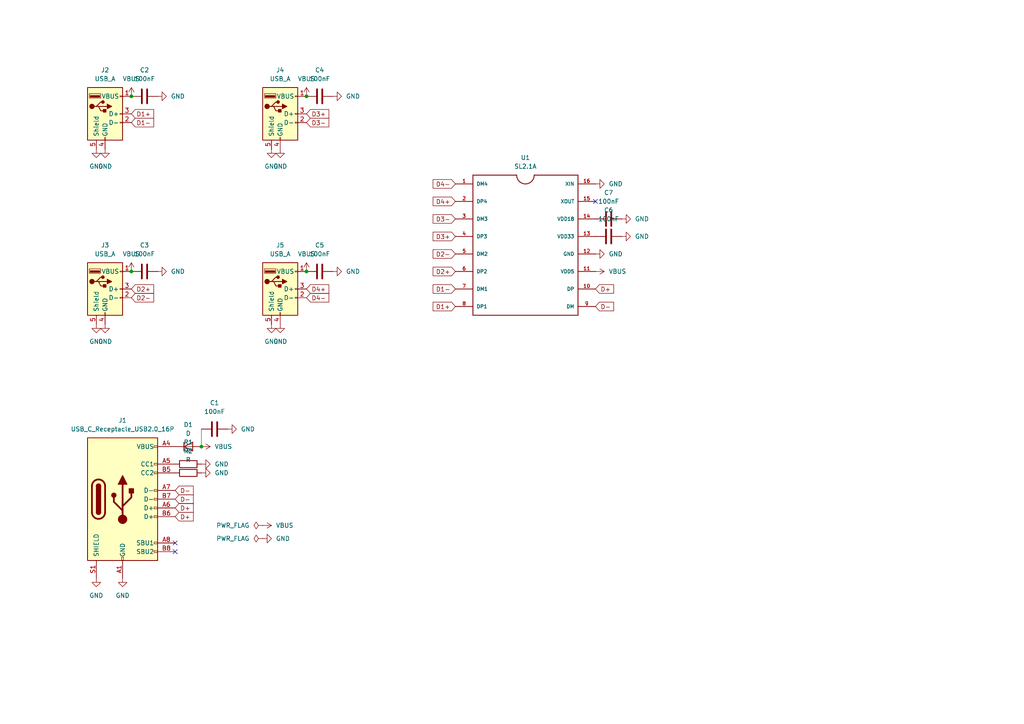
<source format=kicad_sch>
(kicad_sch (version 20250114) (generator "eeschema") (generator_version "9.0")
  (paper "A4")
  (title_block (title "Scrappy Tail") (date "2025-07-16") (rev "1") (comment 1 "Junya <3") (comment 2 "https://github.com/junyali"))
  (lib_symbols
    (symbol "Connector:USB_A" (pin_names (offset 1.016))
      (property "Reference" "J" (at -5.08 11.43 0))
      (property "Value" "USB_A" (at -5.08 8.89 0))
      (symbol "USB_A_0_1"
        (rectangle (start -5.08 -7.62) (end 5.08 7.62) (stroke (width 0.254)) (fill (type background)))
        (circle (center -3.81 2.159) (radius 0.635) (stroke (width 0.254)) (fill (type outline)))
        (polyline (pts (xy -3.175 2.159) (xy -2.54 2.159) (xy -1.27 3.429) (xy -0.635 3.429)) (stroke (width 0.254)))
        (polyline (pts (xy -2.54 2.159) (xy -1.905 2.159) (xy -1.27 0.889) (xy 0 0.889)) (stroke (width 0.254)))
        (rectangle (start -1.524 4.826) (end -4.318 5.334) (fill (type outline)))
        (rectangle (start -1.27 4.572) (end -4.572 5.842))
        (circle (center -0.635 3.429) (radius 0.381) (stroke (width 0.254)) (fill (type outline)))
        (rectangle (start -0.127 -7.62) (end 0.127 -6.858))
        (rectangle (start 0.254 1.27) (end -0.508 0.508) (stroke (width 0.254)) (fill (type outline)))
        (polyline (pts (xy 0.635 2.794) (xy 0.635 1.524) (xy 1.905 2.159) (xy 0.635 2.794)) (stroke (width 0.254)) (fill (type outline)))
        (rectangle (start 5.08 4.953) (end 4.318 5.207))
        (rectangle (start 5.08 -0.127) (end 4.318 0.127))
        (rectangle (start 5.08 -2.667) (end 4.318 -2.413))
      )
      (symbol "USB_A_1_1"
        (polyline (pts (xy -1.905 2.159) (xy 0.635 2.159)) (stroke (width 0.254)))
        (pin passive line (at -2.54 -10.16 90) (length 2.54) (name "Shield") (number "5"))
        (pin power_in line (at 0 -10.16 90) (length 2.54) (name "GND") (number "4"))
        (pin power_in line (at 7.62 5.08 180) (length 2.54) (name "VBUS") (number "1"))
        (pin bidirectional line (at 7.62 0 180) (length 2.54) (name "D+") (number "3"))
        (pin bidirectional line (at 7.62 -2.54 180) (length 2.54) (name "D-") (number "2"))
      )
    )
    (symbol "Connector:USB_C_Receptacle_USB2.0_16P" (pin_names (offset 1.016))
      (property "Reference" "J" (at 0 22.225 0))
      (property "Value" "USB_C_Receptacle_USB2.0_16P" (at 0 19.685 0))
      (symbol "USB_C_Receptacle_USB2.0_16P_0_0"
        (rectangle (start -0.254 -17.78) (end 0.254 -16.764))
        (rectangle (start 10.16 15.494) (end 9.144 14.986))
        (rectangle (start 10.16 10.414) (end 9.144 9.906))
        (rectangle (start 10.16 7.874) (end 9.144 7.366))
        (rectangle (start 10.16 2.794) (end 9.144 2.286))
        (rectangle (start 10.16 0.254) (end 9.144 -0.254))
        (rectangle (start 10.16 -2.286) (end 9.144 -2.794))
        (rectangle (start 10.16 -4.826) (end 9.144 -5.334))
        (rectangle (start 10.16 -12.446) (end 9.144 -12.954))
        (rectangle (start 10.16 -14.986) (end 9.144 -15.494))
      )
      (symbol "USB_C_Receptacle_USB2.0_16P_0_1"
        (rectangle (start -10.16 17.78) (end 10.16 -17.78) (stroke (width 0.254)) (fill (type background)))
        (polyline (pts (xy -8.89 -3.81) (xy -8.89 3.81)) (stroke (width 0.508)))
        (rectangle (start -7.62 -3.81) (end -6.35 3.81) (stroke (width 0.254)) (fill (type outline)))
        (arc (start -7.62 3.81) (mid -6.985 4.4423) (end -6.35 3.81) (stroke (width 0.254)))
        (arc (start -7.62 3.81) (mid -6.985 4.4423) (end -6.35 3.81) (stroke (width 0.254)) (fill (type outline)))
        (arc (start -8.89 3.81) (mid -6.985 5.7067) (end -5.08 3.81) (stroke (width 0.508)))
        (arc (start -5.08 -3.81) (mid -6.985 -5.7067) (end -8.89 -3.81) (stroke (width 0.508)))
        (arc (start -6.35 -3.81) (mid -6.985 -4.4423) (end -7.62 -3.81) (stroke (width 0.254)))
        (arc (start -6.35 -3.81) (mid -6.985 -4.4423) (end -7.62 -3.81) (stroke (width 0.254)) (fill (type outline)))
        (polyline (pts (xy -5.08 3.81) (xy -5.08 -3.81)) (stroke (width 0.508)))
        (circle (center -2.54 1.143) (radius 0.635) (stroke (width 0.254)) (fill (type outline)))
        (polyline (pts (xy -1.27 4.318) (xy 0 6.858) (xy 1.27 4.318) (xy -1.27 4.318)) (stroke (width 0.254)) (fill (type outline)))
        (polyline (pts (xy 0 -2.032) (xy 2.54 0.508) (xy 2.54 1.778)) (stroke (width 0.508)))
        (polyline (pts (xy 0 -3.302) (xy -2.54 -0.762) (xy -2.54 0.508)) (stroke (width 0.508)))
        (polyline (pts (xy 0 -5.842) (xy 0 4.318)) (stroke (width 0.508)))
        (circle (center 0 -5.842) (radius 1.27) (fill (type outline)))
        (rectangle (start 1.905 1.778) (end 3.175 3.048) (stroke (width 0.254)) (fill (type outline)))
      )
      (symbol "USB_C_Receptacle_USB2.0_16P_1_1"
        (pin passive line (at -7.62 -22.86 90) (length 5.08) (name "SHIELD") (number "S1"))
        (pin passive line (at 0 -22.86 90) (length 5.08) (name "GND") (number "A1"))
        (pin passive line (at 0 -22.86 90) (length 5.08) (hide yes) (name "GND") (number "A12"))
        (pin passive line (at 0 -22.86 90) (length 5.08) (hide yes) (name "GND") (number "B1"))
        (pin passive line (at 0 -22.86 90) (length 5.08) (hide yes) (name "GND") (number "B12"))
        (pin passive line (at 15.24 15.24 180) (length 5.08) (name "VBUS") (number "A4"))
        (pin passive line (at 15.24 15.24 180) (length 5.08) (hide yes) (name "VBUS") (number "A9"))
        (pin passive line (at 15.24 15.24 180) (length 5.08) (hide yes) (name "VBUS") (number "B4"))
        (pin passive line (at 15.24 15.24 180) (length 5.08) (hide yes) (name "VBUS") (number "B9"))
        (pin bidirectional line (at 15.24 10.16 180) (length 5.08) (name "CC1") (number "A5"))
        (pin bidirectional line (at 15.24 7.62 180) (length 5.08) (name "CC2") (number "B5"))
        (pin bidirectional line (at 15.24 2.54 180) (length 5.08) (name "D-") (number "A7"))
        (pin bidirectional line (at 15.24 0 180) (length 5.08) (name "D-") (number "B7"))
        (pin bidirectional line (at 15.24 -2.54 180) (length 5.08) (name "D+") (number "A6"))
        (pin bidirectional line (at 15.24 -5.08 180) (length 5.08) (name "D+") (number "B6"))
        (pin bidirectional line (at 15.24 -12.7 180) (length 5.08) (name "SBU1") (number "A8"))
        (pin bidirectional line (at 15.24 -15.24 180) (length 5.08) (name "SBU2") (number "B8"))
      )
    )
    (symbol "Device:C" (pin_numbers (hide yes)) (pin_names (offset 0.254))
      (property "Reference" "C" (at 0.635 2.54 0))
      (property "Value" "C" (at 0.635 -2.54 0))
      (symbol "C_0_1"
        (polyline (pts (xy -2.032 0.762) (xy 2.032 0.762)) (stroke (width 0.508)))
        (polyline (pts (xy -2.032 -0.762) (xy 2.032 -0.762)) (stroke (width 0.508)))
      )
      (symbol "C_1_1"
        (pin passive line (at 0 3.81 270) (length 2.794) (name "~") (number "1"))
        (pin passive line (at 0 -3.81 90) (length 2.794) (name "~") (number "2"))
      )
    )
    (symbol "Device:D" (pin_numbers (hide yes)) (pin_names (offset 1.016) (hide yes))
      (property "Reference" "D" (at 0 2.54 0))
      (property "Value" "D" (at 0 -2.54 0))
      (symbol "D_0_1"
        (polyline (pts (xy -1.27 1.27) (xy -1.27 -1.27)) (stroke (width 0.254)))
        (polyline (pts (xy 1.27 1.27) (xy 1.27 -1.27) (xy -1.27 0) (xy 1.27 1.27)) (stroke (width 0.254)))
        (polyline (pts (xy 1.27 0) (xy -1.27 0)))
      )
      (symbol "D_1_1"
        (pin passive line (at -3.81 0 0) (length 2.54) (name "K") (number "1"))
        (pin passive line (at 3.81 0 180) (length 2.54) (name "A") (number "2"))
      )
    )
    (symbol "Device:R" (pin_numbers (hide yes)) (pin_names (offset 0))
      (property "Reference" "R" (at 2.032 0 90))
      (property "Value" "R" (at 0 0 90))
      (symbol "R_0_1"
        (rectangle (start -1.016 -2.54) (end 1.016 2.54) (stroke (width 0.254)))
      )
      (symbol "R_1_1"
        (pin passive line (at 0 3.81 270) (length 1.27) (name "~") (number "1"))
        (pin passive line (at 0 -3.81 90) (length 1.27) (name "~") (number "2"))
      )
    )
    (symbol "SL2.1A:SL2.1A" (pin_names (offset 1.016))
      (property "Reference" "U1" (at 0 25.4 0))
      (property "Value" "SL2.1A" (at 0 22.86 0))
      (symbol "SL2.1A_0_0"
        (polyline (pts (xy -15.24 20.32) (xy -15.24 -20.32)) (stroke (width 0.254)))
        (polyline (pts (xy -15.24 -20.32) (xy 15.24 -20.32)) (stroke (width 0.254)))
        (polyline (pts (xy -2.54 20.32) (xy -15.24 20.32)) (stroke (width 0.254)))
        (arc (start 2.54 20.32) (mid 0 17.791) (end -2.54 20.32) (stroke (width 0.254)))
        (polyline (pts (xy 15.24 20.32) (xy 2.54 20.32)) (stroke (width 0.254)))
        (polyline (pts (xy 15.24 -20.32) (xy 15.24 20.32)) (stroke (width 0.254)))
        (pin bidirectional line (at -20.32 17.78 0) (length 5.08) (name "DM4") (number "1"))
        (pin bidirectional line (at -20.32 12.7 0) (length 5.08) (name "DP4") (number "2"))
        (pin bidirectional line (at -20.32 7.62 0) (length 5.08) (name "DM3") (number "3"))
        (pin bidirectional line (at -20.32 2.54 0) (length 5.08) (name "DP3") (number "4"))
        (pin bidirectional line (at -20.32 -2.54 0) (length 5.08) (name "DM2") (number "5"))
        (pin bidirectional line (at -20.32 -7.62 0) (length 5.08) (name "DP2") (number "6"))
        (pin bidirectional line (at -20.32 -12.7 0) (length 5.08) (name "DM1") (number "7"))
        (pin bidirectional line (at -20.32 -17.78 0) (length 5.08) (name "DP1") (number "8"))
        (pin input line (at 20.32 17.78 180) (length 5.08) (name "XIN") (number "16"))
        (pin output line (at 20.32 12.7 180) (length 5.08) (name "XOUT") (number "15"))
        (pin bidirectional line (at 20.32 7.62 180) (length 5.08) (name "VDD18") (number "14"))
        (pin bidirectional line (at 20.32 2.54 180) (length 5.08) (name "VDD33") (number "13"))
        (pin input line (at 20.32 -2.54 180) (length 5.08) (name "GND") (number "12"))
        (pin input line (at 20.32 -7.62 180) (length 5.08) (name "VDD5") (number "11"))
        (pin bidirectional line (at 20.32 -12.7 180) (length 5.08) (name "DP") (number "10"))
        (pin bidirectional line (at 20.32 -17.78 180) (length 5.08) (name "DM") (number "9"))
      )
    )
    (symbol "power:GND" (power) (pin_numbers (hide yes)) (pin_names (offset 0) (hide yes))
      (property "Value" "GND" (at 0 -3.81 0))
      (symbol "GND_0_1"
        (polyline (pts (xy 0 0) (xy 0 -1.27) (xy 1.27 -1.27) (xy 0 -2.54) (xy -1.27 -1.27) (xy 0 -1.27)))
      )
      (symbol "GND_1_1"
        (pin power_in line (at 0 0 270) (length 0) (name "~") (number "1"))
      )
    )
    (symbol "power:PWR_FLAG" (power) (pin_numbers (hide yes)) (pin_names (offset 0) (hide yes))
      (property "Value" "PWR_FLAG" (at 0 3.81 0))
      (symbol "PWR_FLAG_0_0"
        (pin power_out line (at 0 0 90) (length 0) (name "~") (number "1"))
      )
      (symbol "PWR_FLAG_0_1"
        (polyline (pts (xy 0 0) (xy 0 1.27) (xy -1.016 1.905) (xy 0 2.54) (xy 1.016 1.905) (xy 0 1.27)))
      )
    )
    (symbol "power:VBUS" (power) (pin_numbers (hide yes)) (pin_names (offset 0) (hide yes))
      (property "Value" "VBUS" (at 0 3.556 0))
      (symbol "VBUS_0_1"
        (polyline (pts (xy -0.762 1.27) (xy 0 2.54)))
        (polyline (pts (xy 0 2.54) (xy 0.762 1.27)))
        (polyline (pts (xy 0 0) (xy 0 2.54)))
      )
      (symbol "VBUS_1_1"
        (pin power_in line (at 0 0 90) (length 0) (name "~") (number "1"))
      )
    )
  )
  (junction (at 88.9 27.94))
  (junction (at 58.42 129.54))
  (junction (at 38.1 27.94))
  (junction (at 38.1 78.74))
  (junction (at 88.9 78.74))
  (no_connect (at 172.72 58.42))
  (no_connect (at 50.8 157.48))
  (no_connect (at 50.8 160.02))
  (wire (pts (xy 58.42 124.46) (xy 58.42 129.54)))
  (global_label "D-" (shape input) (at 50.8 142.24 0) (property "Intersheetrefs" "${INTERSHEET_REFS}" (effects (hide yes))))
  (global_label "D4-" (shape input) (at 88.9 86.36 0) (property "Intersheetrefs" "${INTERSHEET_REFS}" (effects (hide yes))))
  (global_label "D2-" (shape input) (at 132.08 73.66 180) (property "Intersheetrefs" "${INTERSHEET_REFS}" (effects (hide yes))))
  (global_label "D3+" (shape input) (at 132.08 68.58 180) (property "Intersheetrefs" "${INTERSHEET_REFS}" (effects (hide yes))))
  (global_label "D4+" (shape input) (at 88.9 83.82 0) (property "Intersheetrefs" "${INTERSHEET_REFS}" (effects (hide yes))))
  (global_label "D3-" (shape input) (at 88.9 35.56 0) (property "Intersheetrefs" "${INTERSHEET_REFS}" (effects (hide yes))))
  (global_label "D2+" (shape input) (at 132.08 78.74 180) (property "Intersheetrefs" "${INTERSHEET_REFS}" (effects (hide yes))))
  (global_label "D1-" (shape input) (at 132.08 83.82 180) (property "Intersheetrefs" "${INTERSHEET_REFS}" (effects (hide yes))))
  (global_label "D2-" (shape input) (at 38.1 86.36 0) (property "Intersheetrefs" "${INTERSHEET_REFS}" (effects (hide yes))))
  (global_label "D2+" (shape input) (at 38.1 83.82 0) (property "Intersheetrefs" "${INTERSHEET_REFS}" (effects (hide yes))))
  (global_label "D3+" (shape input) (at 88.9 33.02 0) (property "Intersheetrefs" "${INTERSHEET_REFS}" (effects (hide yes))))
  (global_label "D3-" (shape input) (at 132.08 63.5 180) (property "Intersheetrefs" "${INTERSHEET_REFS}" (effects (hide yes))))
  (global_label "D1-" (shape input) (at 38.1 35.56 0) (property "Intersheetrefs" "${INTERSHEET_REFS}" (effects (hide yes))))
  (global_label "D+" (shape input) (at 50.8 149.86 0) (property "Intersheetrefs" "${INTERSHEET_REFS}" (effects (hide yes))))
  (global_label "D-" (shape input) (at 50.8 144.78 0) (property "Intersheetrefs" "${INTERSHEET_REFS}" (effects (hide yes))))
  (global_label "D+" (shape input) (at 50.8 147.32 0) (property "Intersheetrefs" "${INTERSHEET_REFS}" (effects (hide yes))))
  (global_label "D4+" (shape input) (at 132.08 58.42 180) (property "Intersheetrefs" "${INTERSHEET_REFS}" (effects (hide yes))))
  (global_label "D1+" (shape input) (at 132.08 88.9 180) (property "Intersheetrefs" "${INTERSHEET_REFS}" (effects (hide yes))))
  (global_label "D4-" (shape input) (at 132.08 53.34 180) (property "Intersheetrefs" "${INTERSHEET_REFS}" (effects (hide yes))))
  (global_label "D1+" (shape input) (at 38.1 33.02 0) (property "Intersheetrefs" "${INTERSHEET_REFS}" (effects (hide yes))))
  (global_label "D+" (shape input) (at 172.72 83.82 0) (property "Intersheetrefs" "${INTERSHEET_REFS}" (effects (hide yes))))
  (global_label "D-" (shape input) (at 172.72 88.9 0) (property "Intersheetrefs" "${INTERSHEET_REFS}" (effects (hide yes))))
  (symbol (lib_id "Device:C") (at 41.91 27.94 90) (unit 1)
    (property "Reference" "C2" (at 41.91 20.32 90))
    (property "Value" "100nF" (at 41.91 22.86 90))
    (property "Footprint" "Capacitor_SMD:C_1206_3216Metric" (effects (hide yes)))
    (property "Description" "Unpolarized capacitor" (effects (hide yes)))
    (property "MPN" "CL31A107MQHNNNE" (effects (hide yes)))
  )
  (symbol (lib_id "power:GND") (at 27.94 167.64 0) (unit 1)
    (property "Reference" "#PWR02" (effects (hide yes)))
    (property "Value" "GND" (at 27.94 172.72 0))
    (property "Description" "Power symbol creates a global label with name \"GND\" , ground" (effects (hide yes)))
  )
  (symbol (lib_id "power:VBUS") (at 58.42 129.54 270) (unit 1)
    (property "Reference" "#PWR03" (effects (hide yes)))
    (property "Value" "VBUS" (at 62.23 129.5399 90) (effects (justify left)))
    (property "Description" "Power symbol creates a global label with name \"VBUS\"" (effects (hide yes)))
  )
  (symbol (lib_id "power:GND") (at 35.56 167.64 0) (unit 1)
    (property "Reference" "#PWR01" (effects (hide yes)))
    (property "Value" "GND" (at 35.56 172.72 0))
    (property "Description" "Power symbol creates a global label with name \"GND\" , ground" (effects (hide yes)))
  )
  (symbol (lib_id "Connector:USB_A") (at 30.48 33.02 0) (unit 1)
    (property "Reference" "J2" (at 30.48 20.32 0))
    (property "Value" "USB_A" (at 30.48 22.86 0))
    (property "Footprint" "Connector_USB:USB_A_Molex_67643_Horizontal" (effects (hide yes)))
    (property "Description" "USB Type A connector" (effects (hide yes)))
    (property "MPN" "C2765194" (effects (hide yes)))
  )
  (symbol (lib_id "power:PWR_FLAG") (at 76.2 156.21 90) (unit 1)
    (property "Reference" "#FLG02" (effects (hide yes)))
    (property "Value" "PWR_FLAG" (at 72.39 156.2099 90) (effects (justify left)))
    (property "Description" "Special symbol for telling ERC where power comes from" (effects (hide yes)))
  )
  (symbol (lib_id "Connector:USB_A") (at 81.28 83.82 0) (unit 1)
    (property "Reference" "J5" (at 81.28 71.12 0))
    (property "Value" "USB_A" (at 81.28 73.66 0))
    (property "Footprint" "Connector_USB:USB_A_Molex_67643_Horizontal" (effects (hide yes)))
    (property "Description" "USB Type A connector" (effects (hide yes)))
    (property "MPN" "C2765194" (effects (hide yes)))
  )
  (symbol (lib_id "power:VBUS") (at 88.9 27.94 0) (unit 1)
    (property "Reference" "#PWR017" (effects (hide yes)))
    (property "Value" "VBUS" (at 88.9 22.86 0))
    (property "Description" "Power symbol creates a global label with name \"VBUS\"" (effects (hide yes)))
  )
  (symbol (lib_id "Device:R") (at 54.61 134.62 90) (unit 1)
    (property "Reference" "R1" (at 54.61 128.27 90))
    (property "Value" "R" (at 54.61 130.81 90))
    (property "Footprint" "Resistor_SMD:R_0603_1608Metric" (effects (hide yes)))
    (property "Description" "Resistor" (effects (hide yes)))
    (property "MPN" "C105580" (effects (hide yes)))
  )
  (symbol (lib_id "Connector:USB_A") (at 30.48 83.82 0) (unit 1)
    (property "Reference" "J3" (at 30.48 71.12 0))
    (property "Value" "USB_A" (at 30.48 73.66 0))
    (property "Footprint" "Connector_USB:USB_A_Molex_67643_Horizontal" (effects (hide yes)))
    (property "Description" "USB Type A connector" (effects (hide yes)))
    (property "MPN" "C2765194" (effects (hide yes)))
  )
  (symbol (lib_id "power:GND") (at 66.04 124.46 90) (unit 1)
    (property "Reference" "#PWR04" (effects (hide yes)))
    (property "Value" "GND" (at 69.85 124.4599 90) (effects (justify right)))
    (property "Description" "Power symbol creates a global label with name \"GND\" , ground" (effects (hide yes)))
  )
  (symbol (lib_id "power:GND") (at 78.74 43.18 0) (unit 1)
    (property "Reference" "#PWR015" (effects (hide yes)))
    (property "Value" "GND" (at 78.74 48.26 0))
    (property "Description" "Power symbol creates a global label with name \"GND\" , ground" (effects (hide yes)))
  )
  (symbol (lib_id "power:GND") (at 78.74 93.98 0) (unit 1)
    (property "Reference" "#PWR019" (effects (hide yes)))
    (property "Value" "GND" (at 78.74 99.06 0))
    (property "Description" "Power symbol creates a global label with name \"GND\" , ground" (effects (hide yes)))
  )
  (symbol (lib_id "power:GND") (at 30.48 43.18 0) (unit 1)
    (property "Reference" "#PWR08" (effects (hide yes)))
    (property "Value" "GND" (at 30.48 48.26 0))
    (property "Description" "Power symbol creates a global label with name \"GND\" , ground" (effects (hide yes)))
  )
  (symbol (lib_id "power:VBUS") (at 76.2 152.4 270) (unit 1)
    (property "Reference" "#PWR029" (effects (hide yes)))
    (property "Value" "VBUS" (at 80.01 152.3999 90) (effects (justify left)))
    (property "Description" "Power symbol creates a global label with name \"VBUS\"" (effects (hide yes)))
  )
  (symbol (lib_id "Device:C") (at 176.53 63.5 90) (unit 1)
    (property "Reference" "C7" (at 176.53 55.88 90))
    (property "Value" "100nF" (at 176.53 58.42 90))
    (property "Footprint" "Capacitor_SMD:C_1206_3216Metric" (effects (hide yes)))
    (property "Description" "Unpolarized capacitor" (effects (hide yes)))
    (property "MPN" "CL31A107MQHNNNE" (effects (hide yes)))
  )
  (symbol (lib_id "power:VBUS") (at 172.72 78.74 270) (unit 1)
    (property "Reference" "#PWR023" (effects (hide yes)))
    (property "Value" "VBUS" (at 176.53 78.7399 90) (effects (justify left)))
    (property "Description" "Power symbol creates a global label with name \"VBUS\"" (effects (hide yes)))
  )
  (symbol (lib_id "power:GND") (at 96.52 27.94 90) (unit 1)
    (property "Reference" "#PWR018" (effects (hide yes)))
    (property "Value" "GND" (at 100.33 27.9399 90) (effects (justify right)))
    (property "Description" "Power symbol creates a global label with name \"GND\" , ground" (effects (hide yes)))
  )
  (symbol (lib_id "Device:C") (at 176.53 68.58 90) (unit 1)
    (property "Reference" "C6" (at 176.53 60.96 90))
    (property "Value" "100nF" (at 176.53 63.5 90))
    (property "Footprint" "Capacitor_SMD:C_1206_3216Metric" (effects (hide yes)))
    (property "Description" "Unpolarized capacitor" (effects (hide yes)))
    (property "MPN" "CL31A107MQHNNNE" (effects (hide yes)))
  )
  (symbol (lib_id "power:GND") (at 45.72 27.94 90) (unit 1)
    (property "Reference" "#PWR010" (effects (hide yes)))
    (property "Value" "GND" (at 49.53 27.9399 90) (effects (justify right)))
    (property "Description" "Power symbol creates a global label with name \"GND\" , ground" (effects (hide yes)))
  )
  (symbol (lib_id "power:PWR_FLAG") (at 76.2 152.4 90) (unit 1)
    (property "Reference" "#FLG01" (effects (hide yes)))
    (property "Value" "PWR_FLAG" (at 72.39 152.3999 90) (effects (justify left)))
    (property "Description" "Special symbol for telling ERC where power comes from" (effects (hide yes)))
  )
  (symbol (lib_id "Device:C") (at 92.71 78.74 90) (unit 1)
    (property "Reference" "C5" (at 92.71 71.12 90))
    (property "Value" "100nF" (at 92.71 73.66 90))
    (property "Footprint" "Capacitor_SMD:C_1206_3216Metric" (effects (hide yes)))
    (property "Description" "Unpolarized capacitor" (effects (hide yes)))
    (property "MPN" "CL31A107MQHNNNE" (effects (hide yes)))
  )
  (symbol (lib_id "power:GND") (at 172.72 73.66 90) (unit 1)
    (property "Reference" "#PWR024" (effects (hide yes)))
    (property "Value" "GND" (at 176.53 73.6599 90) (effects (justify right)))
    (property "Description" "Power symbol creates a global label with name \"GND\" , ground" (effects (hide yes)))
  )
  (symbol (lib_id "power:GND") (at 180.34 63.5 90) (unit 1)
    (property "Reference" "#PWR026" (effects (hide yes)))
    (property "Value" "GND" (at 184.15 63.4999 90) (effects (justify right)))
    (property "Description" "Power symbol creates a global label with name \"GND\" , ground" (effects (hide yes)))
  )
  (symbol (lib_id "power:GND") (at 27.94 93.98 0) (unit 1)
    (property "Reference" "#PWR011" (effects (hide yes)))
    (property "Value" "GND" (at 27.94 99.06 0))
    (property "Description" "Power symbol creates a global label with name \"GND\" , ground" (effects (hide yes)))
  )
  (symbol (lib_id "Connector:USB_C_Receptacle_USB2.0_16P") (at 35.56 144.78 0) (unit 1)
    (property "Reference" "J1" (at 35.56 121.92 0))
    (property "Value" "USB_C_Receptacle_USB2.0_16P" (at 35.56 124.46 0))
    (property "Footprint" "Connector:USB_C_Receptacle_JAE_DX07S016JA1R1500_3D" (effects (hide yes)))
    (property "Datasheet" "https://www.usb.org/sites/default/files/documents/usb_type-c.zip" (effects (hide yes)))
    (property "Description" "USB 2.0-only 16P Type-C Receptacle connector" (effects (hide yes)))
    (property "MPN" "C3197885" (effects (hide yes)))
  )
  (symbol (lib_id "Device:C") (at 92.71 27.94 90) (unit 1)
    (property "Reference" "C4" (at 92.71 20.32 90))
    (property "Value" "100nF" (at 92.71 22.86 90))
    (property "Footprint" "Capacitor_SMD:C_1206_3216Metric" (effects (hide yes)))
    (property "Description" "Unpolarized capacitor" (effects (hide yes)))
    (property "MPN" "CL31A107MQHNNNE" (effects (hide yes)))
  )
  (symbol (lib_id "power:GND") (at 45.72 78.74 90) (unit 1)
    (property "Reference" "#PWR014" (effects (hide yes)))
    (property "Value" "GND" (at 49.53 78.7399 90) (effects (justify right)))
    (property "Description" "Power symbol creates a global label with name \"GND\" , ground" (effects (hide yes)))
  )
  (symbol (lib_id "power:VBUS") (at 38.1 78.74 0) (unit 1)
    (property "Reference" "#PWR013" (effects (hide yes)))
    (property "Value" "VBUS" (at 38.1 73.66 0))
    (property "Description" "Power symbol creates a global label with name \"VBUS\"" (effects (hide yes)))
  )
  (symbol (lib_id "Device:D") (at 54.61 129.54 0) (unit 1)
    (property "Reference" "D1" (at 54.61 123.19 0))
    (property "Value" "D" (at 54.61 125.73 0))
    (property "Footprint" "Diode_SMD:D_1206_3216Metric" (effects (hide yes)))
    (property "Description" "Diode" (effects (hide yes)))
    (property "Sim.Device" "D" (effects (hide yes)))
    (property "Sim.Pins" "1=K 2=A" (effects (hide yes)))
    (property "MPN" "C466498" (effects (hide yes)))
  )
  (symbol (lib_id "power:GND") (at 180.34 68.58 90) (unit 1)
    (property "Reference" "#PWR025" (effects (hide yes)))
    (property "Value" "GND" (at 184.15 68.5799 90) (effects (justify right)))
    (property "Description" "Power symbol creates a global label with name \"GND\" , ground" (effects (hide yes)))
  )
  (symbol (lib_id "power:GND") (at 76.2 156.21 90) (unit 1)
    (property "Reference" "#PWR028" (effects (hide yes)))
    (property "Value" "GND" (at 80.01 156.2099 90) (effects (justify right)))
    (property "Description" "Power symbol creates a global label with name \"GND\" , ground" (effects (hide yes)))
  )
  (symbol (lib_id "SL2.1A:SL2.1A") (at 152.4 71.12 0) (unit 1)
    (property "Reference" "U1" (at 152.4 45.72 0))
    (property "Value" "SL2.1A" (at 152.4 48.26 0))
    (property "Footprint" "SL2.1A:SO16" (effects (hide yes)))
    (property "MF" "CoreChips ShenZhen CO.,Ltd" (effects (hide yes)))
    (property "Description_1" "USB 2.0 HIGH SPEED 4-PORT HUB CONTROLLER" (effects (hide yes)))
    (property "Package" "Package" (effects (hide yes)))
    (property "MPN" "C192893" (effects (hide yes)))
  )
  (symbol (lib_id "Device:C") (at 62.23 124.46 90) (unit 1)
    (property "Reference" "C1" (at 62.23 116.84 90))
    (property "Value" "100nF" (at 62.23 119.38 90))
    (property "Footprint" "Capacitor_SMD:C_1206_3216Metric" (effects (hide yes)))
    (property "Description" "Unpolarized capacitor" (effects (hide yes)))
    (property "MPN" "CL31A107MQHNNNE" (effects (hide yes)))
  )
  (symbol (lib_id "power:GND") (at 30.48 93.98 0) (unit 1)
    (property "Reference" "#PWR012" (effects (hide yes)))
    (property "Value" "GND" (at 30.48 99.06 0))
    (property "Description" "Power symbol creates a global label with name \"GND\" , ground" (effects (hide yes)))
  )
  (symbol (lib_id "power:VBUS") (at 38.1 27.94 0) (unit 1)
    (property "Reference" "#PWR09" (effects (hide yes)))
    (property "Value" "VBUS" (at 38.1 22.86 0))
    (property "Description" "Power symbol creates a global label with name \"VBUS\"" (effects (hide yes)))
  )
  (symbol (lib_id "Device:R") (at 54.61 137.16 90) (unit 1)
    (property "Reference" "R2" (at 54.61 130.81 90))
    (property "Value" "R" (at 54.61 133.35 90))
    (property "Footprint" "Resistor_SMD:R_0603_1608Metric" (effects (hide yes)))
    (property "Description" "Resistor" (effects (hide yes)))
    (property "MPN" "C105580" (effects (hide yes)))
  )
  (symbol (lib_id "power:GND") (at 81.28 93.98 0) (unit 1)
    (property "Reference" "#PWR020" (effects (hide yes)))
    (property "Value" "GND" (at 81.28 99.06 0))
    (property "Description" "Power symbol creates a global label with name \"GND\" , ground" (effects (hide yes)))
  )
  (symbol (lib_id "power:GND") (at 81.28 43.18 0) (unit 1)
    (property "Reference" "#PWR016" (effects (hide yes)))
    (property "Value" "GND" (at 81.28 48.26 0))
    (property "Description" "Power symbol creates a global label with name \"GND\" , ground" (effects (hide yes)))
  )
  (symbol (lib_id "power:GND") (at 27.94 43.18 0) (unit 1)
    (property "Reference" "#PWR07" (effects (hide yes)))
    (property "Value" "GND" (at 27.94 48.26 0))
    (property "Description" "Power symbol creates a global label with name \"GND\" , ground" (effects (hide yes)))
  )
  (symbol (lib_id "Connector:USB_A") (at 81.28 33.02 0) (unit 1)
    (property "Reference" "J4" (at 81.28 20.32 0))
    (property "Value" "USB_A" (at 81.28 22.86 0))
    (property "Footprint" "Connector_USB:USB_A_Molex_67643_Horizontal" (effects (hide yes)))
    (property "Description" "USB Type A connector" (effects (hide yes)))
    (property "MPN" "C2765194" (effects (hide yes)))
  )
  (symbol (lib_id "power:GND") (at 58.42 137.16 90) (unit 1)
    (property "Reference" "#PWR06" (effects (hide yes)))
    (property "Value" "GND" (at 62.23 137.1599 90) (effects (justify right)))
    (property "Description" "Power symbol creates a global label with name \"GND\" , ground" (effects (hide yes)))
  )
  (symbol (lib_id "power:GND") (at 172.72 53.34 90) (unit 1)
    (property "Reference" "#PWR027" (effects (hide yes)))
    (property "Value" "GND" (at 176.53 53.3399 90) (effects (justify right)))
    (property "Description" "Power symbol creates a global label with name \"GND\" , ground" (effects (hide yes)))
  )
  (symbol (lib_id "power:VBUS") (at 88.9 78.74 0) (unit 1)
    (property "Reference" "#PWR021" (effects (hide yes)))
    (property "Value" "VBUS" (at 88.9 73.66 0))
    (property "Description" "Power symbol creates a global label with name \"VBUS\"" (effects (hide yes)))
  )
  (symbol (lib_id "Device:C") (at 41.91 78.74 90) (unit 1)
    (property "Reference" "C3" (at 41.91 71.12 90))
    (property "Value" "100nF" (at 41.91 73.66 90))
    (property "Footprint" "Capacitor_SMD:C_1206_3216Metric" (effects (hide yes)))
    (property "Description" "Unpolarized capacitor" (effects (hide yes)))
    (property "MPN" "CL31A107MQHNNNE" (effects (hide yes)))
  )
  (symbol (lib_id "power:GND") (at 58.42 134.62 90) (unit 1)
    (property "Reference" "#PWR05" (effects (hide yes)))
    (property "Value" "GND" (at 62.23 134.6199 90) (effects (justify right)))
    (property "Description" "Power symbol creates a global label with name \"GND\" , ground" (effects (hide yes)))
  )
  (symbol (lib_id "power:GND") (at 96.52 78.74 90) (unit 1)
    (property "Reference" "#PWR022" (effects (hide yes)))
    (property "Value" "GND" (at 100.33 78.7399 90) (effects (justify right)))
    (property "Description" "Power symbol creates a global label with name \"GND\" , ground" (effects (hide yes)))
  )
)
</source>
